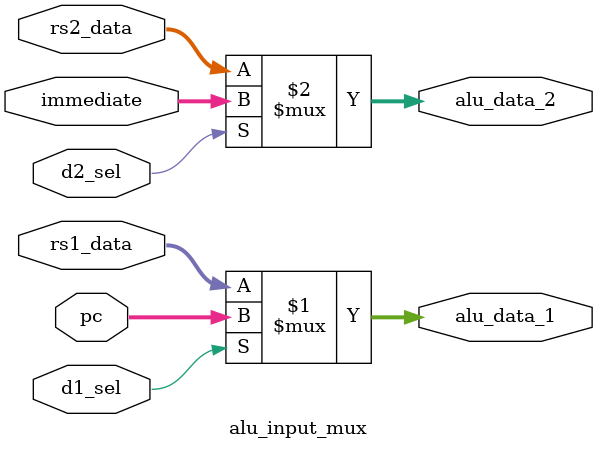
<source format=v>
module alu_input_mux(
        input wire d1_sel,
        input wire d2_sel,

        input wire [31:0] rs1_data,
        input wire [31:0] rs2_data,
        input wire [31:0] immediate,
        input wire [31:0] pc,
        
        output wire [31:0] alu_data_1,
        output wire [31:0] alu_data_2
    );

    // 默认情况下，alu_data_1和alu_data_2的值为rs1_data和rs2_data
    assign alu_data_1 = d1_sel ? pc : rs1_data;
    assign alu_data_2 = d2_sel ? immediate : rs2_data;

endmodule

</source>
